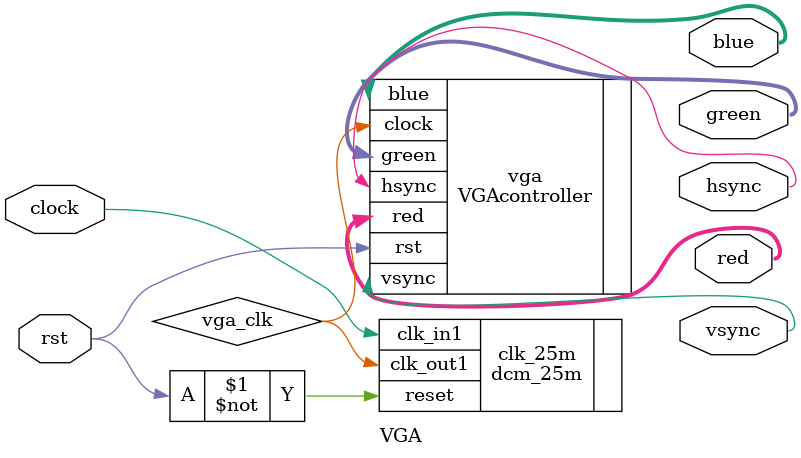
<source format=v>
`timescale 1ns / 1ps


module VGA (     
input clock,
input rst,
output wire hsync,
output wire vsync,
output wire [3:0] red,
output wire [3:0] green,
output wire [3:0] blue
    );

    wire vga_clk;
    dcm_25m clk_25m(
    .clk_in1(clock),
    .reset(~rst),
    .clk_out1(vga_clk)
    );

    VGAcontroller vga(
    .clock(vga_clk),
    .rst(rst),
    .red(red),
    .green(green),
    .blue(blue),
    .hsync(hsync),
    .vsync(vsync)   );

    endmodule

</source>
